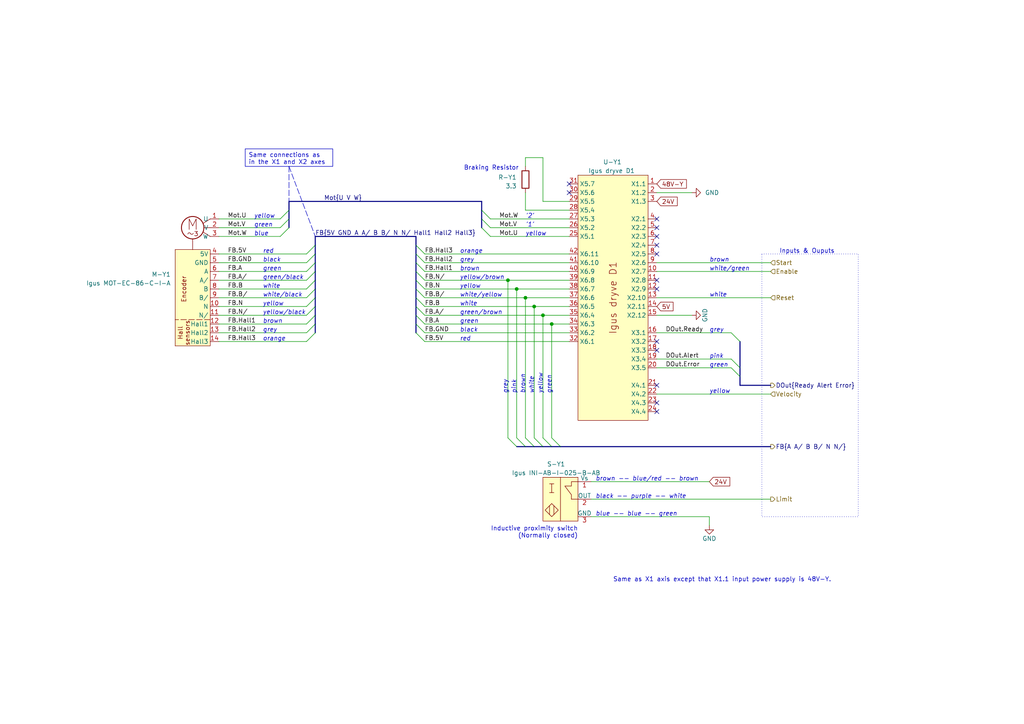
<source format=kicad_sch>
(kicad_sch (version 20250114) (generator "eeschema") (generator_version "9.0")
  (paper "A4")
  (title_block (title "Gantry Robot - Axis Y") (date "2024-03-18") (company "CITIC Research Center & Department of Computer Engineering, University of A Coruña."))
  (lib_symbols
    (symbol "Device:R" (pin_numbers (hide yes)) (pin_names (offset 0))
      (property "Reference" "R" (at 2.032 0 90))
      (property "Value" "R" (at 0 0 90))
      (symbol "R_0_1"
        (rectangle (start -1.016 -2.54) (end 1.016 2.54) (stroke (width 0.254)))
      )
      (symbol "R_1_1"
        (pin passive line (at 0 3.81 270) (length 1.27) (name "~") (number "1"))
        (pin passive line (at 0 -3.81 90) (length 1.27) (name "~") (number "2"))
      )
    )
    (symbol "Gantry_Robot_Components:Brushless_Motor_with_Hall_Sensors_and_RS-422_Encoder" (pin_names (offset 0.5))
      (property "Reference" "M" (at 5.08 2.54 0))
      (property "Value" "Brushless_Motor_with_Hall_Sensors_and_RS-422_Encoder" (at 33.02 0 0))
      (symbol "Brushless_Motor_with_Hall_Sensors_and_RS-422_Encoder_0_0"
        (polyline (pts (xy -1.016 -0.508) (xy -1.016 2.54) (xy 0 0.508) (xy 1.016 2.54) (xy 1.016 -0.508)))
        (arc (start 0.6112 -1.73) (mid 0.1862 -1.9307) (end -0.1508 -1.603))
        (arc (start 0.6371 -1.7016) (mid 1.0686 -1.4788) (end 1.3732 -1.857))
      )
      (symbol "Brushless_Motor_with_Hall_Sensors_and_RS-422_Encoder_0_1"
        (circle (center 0 0) (radius 3.2512) (stroke (width 0.254)))
      )
      (symbol "Brushless_Motor_with_Hall_Sensors_and_RS-422_Encoder_1_1"
        (polyline (pts (xy -5.08 2.54) (xy -3.048 1.27)))
        (polyline (pts (xy -5.08 0) (xy -3.302 0)))
        (polyline (pts (xy -5.08 -2.54) (xy -3.048 -1.27)))
        (rectangle (start -5.08 -6.35) (end 5.08 -34.29) (fill (type background)))
        (polyline (pts (xy -5.08 -26.67) (xy 5.08 -26.67)) (stroke (width 0) (type dash)))
        (polyline (pts (xy 0 -6.35) (xy 0 -3.302)))
        (text "3" (at -1.016 -1.778 0) (effects (font (size 1.27 1.27))))
        (text "Encoder" (at 2.54 -17.78 900) (effects (font (size 1.27 1.27))))
        (text "Hall\nsensors" (at 2.54 -30.48 900) (effects (font (size 1.27 1.27))))
        (pin passive line (at -7.62 2.54 0) (length 2.54) (name "U") (number "1"))
        (pin passive line (at -7.62 0 0) (length 2.54) (name "V") (number "2"))
        (pin passive line (at -7.62 -2.54 0) (length 2.54) (name "W") (number "3"))
        (pin power_in line (at -7.62 -7.62 0) (length 2.54) (name "5V") (number "4"))
        (pin power_in line (at -7.62 -10.16 0) (length 2.54) (name "GND") (number "5"))
        (pin output line (at -7.62 -12.7 0) (length 2.54) (name "A") (number "6"))
        (pin output line (at -7.62 -15.24 0) (length 2.54) (name "A/") (number "7"))
        (pin output line (at -7.62 -17.78 0) (length 2.54) (name "B") (number "8"))
        (pin output line (at -7.62 -20.32 0) (length 2.54) (name "B/") (number "9"))
        (pin output line (at -7.62 -22.86 0) (length 2.54) (name "N") (number "10"))
        (pin output line (at -7.62 -25.4 0) (length 2.54) (name "N/") (number "11"))
        (pin output line (at -7.62 -27.94 0) (length 2.54) (name "Hall1") (number "12"))
        (pin output line (at -7.62 -30.48 0) (length 2.54) (name "Hall2") (number "13"))
        (pin output line (at -7.62 -33.02 0) (length 2.54) (name "Hall3") (number "14"))
      )
    )
    (symbol "Gantry_Robot_Components:INI-AB-I-025-B-AB" (pin_names (offset 0))
      (property "Reference" "S" (at -5.715 7.62 0))
      (property "Value" "INI-AB-I-025-B-AB" (at 0 -9.525 0))
      (symbol "INI-AB-I-025-B-AB_0_1"
        (polyline (pts (xy -4.445 4.445) (xy -3.175 4.445)))
        (polyline (pts (xy -4.445 1.905) (xy -3.175 1.905)))
        (polyline (pts (xy -4.445 -1.905) (xy -4.445 -4.445)))
        (polyline (pts (xy -3.81 4.445) (xy -3.81 1.905)))
        (polyline (pts (xy -3.81 -1.27) (xy -5.715 -3.175) (xy -3.81 -5.08) (xy -1.905 -3.175) (xy -3.81 -1.27)))
        (polyline (pts (xy -3.175 -1.905) (xy -3.175 -4.445)))
        (polyline (pts (xy -1.27 6.35) (xy -1.27 -6.35)))
        (polyline (pts (xy 1.905 0) (xy 3.81 0)))
        (polyline (pts (xy 1.905 0) (xy 1.905 1.27) (xy 0 3.81) (xy 1.905 3.81) (xy 1.905 5.08) (xy 3.81 5.08)))
      )
      (symbol "INI-AB-I-025-B-AB_1_1"
        (rectangle (start -6.35 6.35) (end 3.81 -6.35) (fill (type background)))
        (pin power_in line (at 7.62 5.08 180) (length 3.81) (name "Vs") (number "1"))
        (pin output line (at 7.62 0 180) (length 3.81) (name "OUT") (number "2"))
        (pin power_in line (at 7.62 -5.08 180) (length 3.81) (name "GND") (number "3"))
      )
    )
    (symbol "Gantry_Robot_Components:Igus_dryve_D1"
      (property "Reference" "U" (at 40.64 12.7 0))
      (property "Value" "Igus dryve D1" (at 25.4 -12.7 0))
      (symbol "Igus_dryve_D1_1_1"
        (rectangle (start -35.56 10.16) (end 35.56 -10.16) (fill (type background)))
        (text "Igus dryve D1" (at 0 0 0) (effects (font (size 2 2))))
        (pin power_in line (at -33.02 12.7 270) (length 2.54) (name "X1.1") (number "1"))
        (pin power_out line (at -33.02 -12.7 90) (length 2.54) (name "X5.7") (number "31"))
        (pin power_in line (at -30.48 12.7 270) (length 2.54) (name "X1.2") (number "2"))
        (pin power_out line (at -30.48 -12.7 90) (length 2.54) (name "X5.6") (number "30"))
        (pin power_in line (at -27.94 12.7 270) (length 2.54) (name "X1.3") (number "3"))
        (pin passive line (at -27.94 -12.7 90) (length 2.54) (name "X5.5") (number "29"))
        (pin passive line (at -25.4 -12.7 90) (length 2.54) (name "X5.4") (number "28"))
        (pin input line (at -22.86 12.7 270) (length 2.54) (name "X2.1") (number "4"))
        (pin passive line (at -22.86 -12.7 90) (length 2.54) (name "X5.3") (number "27"))
        (pin input line (at -20.32 12.7 270) (length 2.54) (name "X2.2") (number "5"))
        (pin passive line (at -20.32 -12.7 90) (length 2.54) (name "X5.2") (number "26"))
        (pin input line (at -17.78 12.7 270) (length 2.54) (name "X2.3") (number "6"))
        (pin passive line (at -17.78 -12.7 90) (length 2.54) (name "X5.1") (number "25"))
        (pin input line (at -15.24 12.7 270) (length 2.54) (name "X2.4") (number "7"))
        (pin input line (at -12.7 12.7 270) (length 2.54) (name "X2.5") (number "8"))
        (pin input line (at -12.7 -12.7 90) (length 2.54) (name "X6.11") (number "42"))
        (pin input line (at -10.16 12.7 270) (length 2.54) (name "X2.6") (number "9"))
        (pin input line (at -10.16 -12.7 90) (length 2.54) (name "X6.10") (number "41"))
        (pin input line (at -7.62 12.7 270) (length 2.54) (name "X2.7") (number "10"))
        (pin input line (at -7.62 -12.7 90) (length 2.54) (name "X6.9") (number "40"))
        (pin input line (at -5.08 12.7 270) (length 2.54) (name "X2.8") (number "11"))
        (pin input line (at -5.08 -12.7 90) (length 2.54) (name "X6.8") (number "39"))
        (pin input line (at -2.54 12.7 270) (length 2.54) (name "X2.9") (number "12"))
        (pin input line (at -2.54 -12.7 90) (length 2.54) (name "X6.7") (number "38"))
        (pin input line (at 0 12.7 270) (length 2.54) (name "X2.10") (number "13"))
        (pin input line (at 0 -12.7 90) (length 2.54) (name "X6.6") (number "37"))
        (pin power_in line (at 2.54 12.7 270) (length 2.54) (name "X2.11") (number "14"))
        (pin input line (at 2.54 -12.7 90) (length 2.54) (name "X6.5") (number "36"))
        (pin power_in line (at 5.08 12.7 270) (length 2.54) (name "X2.12") (number "15"))
        (pin input line (at 5.08 -12.7 90) (length 2.54) (name "X6.4") (number "35"))
        (pin input line (at 7.62 -12.7 90) (length 2.54) (name "X6.3") (number "34"))
        (pin output line (at 10.16 12.7 270) (length 2.54) (name "X3.1") (number "16"))
        (pin power_out line (at 10.16 -12.7 90) (length 2.54) (name "X6.2") (number "33"))
        (pin output line (at 12.7 12.7 270) (length 2.54) (name "X3.2") (number "17"))
        (pin power_out line (at 12.7 -12.7 90) (length 2.54) (name "X6.1") (number "32"))
        (pin output line (at 15.24 12.7 270) (length 2.54) (name "X3.3") (number "18"))
        (pin output line (at 17.78 12.7 270) (length 2.54) (name "X3.4") (number "19"))
        (pin output line (at 20.32 12.7 270) (length 2.54) (name "X3.5") (number "20"))
        (pin power_out line (at 25.4 12.7 270) (length 2.54) (name "X4.1") (number "21"))
        (pin input line (at 27.94 12.7 270) (length 2.54) (name "X4.2") (number "22"))
        (pin input line (at 30.48 12.7 270) (length 2.54) (name "X4.3") (number "23"))
        (pin power_out line (at 33.02 12.7 270) (length 2.54) (name "X4.4") (number "24"))
      )
    )
    (symbol "power:GND" (power) (pin_names (offset 0))
      (property "Value" "GND" (at 0 -3.81 0))
      (symbol "GND_0_1"
        (polyline (pts (xy 0 0) (xy 0 -1.27) (xy 1.27 -1.27) (xy 0 -2.54) (xy -1.27 -1.27) (xy 0 -1.27)))
      )
      (symbol "GND_1_1"
        (pin power_in line (at 0 0 270) (length 0) (hide yes) (name "GND") (number "1"))
      )
    )
  )
  (rectangle (start 220.98 73.66) (end 248.92 149.86) (stroke (width 0) (type dot)))
  (text "green" (at 133.35 93.98 0) (effects (font (size 1.27 1.27) (italic yes)) (justify left bottom)))
  (text "white" (at 133.35 88.9 0) (effects (font (size 1.27 1.27) (italic yes)) (justify left bottom)))
  (text "orange" (at 133.35 73.66 0) (effects (font (size 1.27 1.27) (italic yes)) (justify left bottom)))
  (text "Same as X1 axis except that X1.1 input power supply is 48V-Y." (at 177.8 168.91 0) (effects (font (size 1.27 1.27)) (justify left bottom)))
  (text "white" (at 154.94 114.3 90) (effects (font (size 1.27 1.27) (italic yes)) (justify left bottom)))
  (text "white" (at 76.2 83.82 0) (effects (font (size 1.27 1.27) (italic yes)) (justify left bottom)))
  (text "Inputs & Ouputs" (at 226.06 73.66 0) (effects (font (size 1.27 1.27)) (justify left bottom)))
  (text "yellow" (at 133.35 83.82 0) (effects (font (size 1.27 1.27) (italic yes)) (justify left bottom)))
  (text "brown" (at 205.74 76.2 0) (effects (font (size 1.27 1.27) (italic yes)) (justify left bottom)))
  (text "yellow" (at 157.48 114.3 90) (effects (font (size 1.27 1.27) (italic yes)) (justify left bottom)))
  (text "orange" (at 76.2 99.06 0) (effects (font (size 1.27 1.27) (italic yes)) (justify left bottom)))
  (text "red" (at 76.2 73.66 0) (effects (font (size 1.27 1.27) (italic yes)) (justify left bottom)))
  (text "black -- purple -- white" (at 172.72 144.78 0) (effects (font (size 1.27 1.27) (italic yes)) (justify left bottom)))
  (text "green/brown" (at 133.35 91.44 0) (effects (font (size 1.27 1.27) (italic yes)) (justify left bottom)))
  (text "green" (at 160.02 114.3 90) (effects (font (size 1.27 1.27) (italic yes)) (justify left bottom)))
  (text "black" (at 133.35 96.52 0) (effects (font (size 1.27 1.27) (italic yes)) (justify left bottom)))
  (text "yellow/black" (at 76.2 91.44 0) (effects (font (size 1.27 1.27) (italic yes)) (justify left bottom)))
  (text "grey" (at 205.74 96.52 0) (effects (font (size 1.27 1.27) (italic yes)) (justify left bottom)))
  (text "white" (at 205.74 86.36 0) (effects (font (size 1.27 1.27) (italic yes)) (justify left bottom)))
  (text "Braking Resistor" (at 150.495 49.53 0) (effects (font (size 1.27 1.27)) (justify right bottom)))
  (text "green/black" (at 76.2 81.28 0) (effects (font (size 1.27 1.27) (italic yes)) (justify left bottom)))
  (text "yellow/brown" (at 133.35 81.28 0) (effects (font (size 1.27 1.27) (italic yes)) (justify left bottom)))
  (text "black" (at 76.2 76.2 0) (effects (font (size 1.27 1.27) (italic yes)) (justify left bottom)))
  (text "Inductive proximity switch\n(Normally closed)" (at 167.64 156.21 0) (effects (font (size 1.27 1.27)) (justify right bottom)))
  (text "green" (at 73.66 66.04 0) (effects (font (size 1.27 1.27) (italic yes)) (justify left bottom)))
  (text "pink" (at 149.86 114.3 90) (effects (font (size 1.27 1.27) (italic yes)) (justify left bottom)))
  (text "green" (at 205.74 106.68 0) (effects (font (size 1.27 1.27) (italic yes)) (justify left bottom)))
  (text "blue" (at 73.66 68.58 0) (effects (font (size 1.27 1.27) (italic yes)) (justify left bottom)))
  (text "yellow" (at 76.2 88.9 0) (effects (font (size 1.27 1.27) (italic yes)) (justify left bottom)))
  (text "green" (at 76.2 78.74 0) (effects (font (size 1.27 1.27) (italic yes)) (justify left bottom)))
  (text "brown" (at 76.2 93.98 0) (effects (font (size 1.27 1.27) (italic yes)) (justify left bottom)))
  (text "brown" (at 133.35 78.74 0) (effects (font (size 1.27 1.27) (italic yes)) (justify left bottom)))
  (text "white/green" (at 205.74 78.74 0) (effects (font (size 1.27 1.27) (italic yes)) (justify left bottom)))
  (text "grey" (at 133.35 76.2 0) (effects (font (size 1.27 1.27) (italic yes)) (justify left bottom)))
  (text "blue -- blue -- green" (at 172.72 149.86 0) (effects (font (size 1.27 1.27) (italic yes)) (justify left bottom)))
  (text "yellow" (at 73.66 63.5 0) (effects (font (size 1.27 1.27) (italic yes)) (justify left bottom)))
  (text "pink" (at 205.74 104.14 0) (effects (font (size 1.27 1.27) (italic yes)) (justify left bottom)))
  (text "white/black" (at 76.2 86.36 0) (effects (font (size 1.27 1.27) (italic yes)) (justify left bottom)))
  (text "yellow" (at 152.4 68.58 0) (effects (font (size 1.27 1.27) (italic yes)) (justify left bottom)))
  (text "yellow" (at 205.74 114.3 0) (effects (font (size 1.27 1.27) (italic yes)) (justify left bottom)))
  (text "red" (at 133.35 99.06 0) (effects (font (size 1.27 1.27) (italic yes)) (justify left bottom)))
  (text "grey" (at 76.2 96.52 0) (effects (font (size 1.27 1.27) (italic yes)) (justify left bottom)))
  (text "'1'" (at 152.4 66.04 0) (effects (font (size 1.27 1.27) (italic yes)) (justify left bottom)))
  (text "brown" (at 152.4 114.3 90) (effects (font (size 1.27 1.27) (italic yes)) (justify left bottom)))
  (text "grey" (at 147.32 114.3 90) (effects (font (size 1.27 1.27) (italic yes)) (justify left bottom)))
  (text "'2'" (at 152.4 63.5 0) (effects (font (size 1.27 1.27) (italic yes)) (justify left bottom)))
  (text "brown -- blue/red -- brown" (at 172.72 139.7 0) (effects (font (size 1.27 1.27) (italic yes)) (justify left bottom)))
  (text "white/yellow" (at 133.35 86.36 0) (effects (font (size 1.27 1.27) (italic yes)) (justify left bottom)))
  (text_box "Same connections as in the X1 and X2 axes" (at 71.12 43.18 0) (size 25.4 5.08) (margins 0.9525 0.9525 0.9525 0.9525) (effects (font (size 1.27 1.27)) (justify left top)))
  (junction (at 154.94 88.9))
  (junction (at 152.4 86.36))
  (junction (at 157.48 91.44))
  (junction (at 149.86 83.82))
  (junction (at 147.32 81.28))
  (junction (at 160.02 93.98))
  (no_connect (at 190.5 71.12))
  (no_connect (at 190.5 73.66))
  (no_connect (at 190.5 66.04))
  (no_connect (at 190.5 99.06))
  (no_connect (at 190.5 63.5))
  (no_connect (at 190.5 119.38))
  (no_connect (at 165.1 53.34))
  (no_connect (at 165.1 55.88))
  (no_connect (at 190.5 81.28))
  (no_connect (at 190.5 111.76))
  (no_connect (at 190.5 68.58))
  (no_connect (at 190.5 101.6))
  (no_connect (at 190.5 83.82))
  (no_connect (at 190.5 116.84))
  (bus_entry (at 120.65 96.52) (size 2.54 2.54))
  (bus_entry (at 88.9 76.2) (size 2.54 -2.54))
  (bus_entry (at 88.9 91.44) (size 2.54 -2.54))
  (bus_entry (at 212.09 104.14) (size 2.54 2.54))
  (bus_entry (at 88.9 78.74) (size 2.54 -2.54))
  (bus_entry (at 149.86 127) (size 2.54 2.54))
  (bus_entry (at 88.9 96.52) (size 2.54 -2.54))
  (bus_entry (at 139.7 66.04) (size 2.54 2.54))
  (bus_entry (at 120.65 93.98) (size 2.54 2.54))
  (bus_entry (at 212.09 106.68) (size 2.54 2.54))
  (bus_entry (at 88.9 88.9) (size 2.54 -2.54))
  (bus_entry (at 120.65 73.66) (size 2.54 2.54))
  (bus_entry (at 152.4 127) (size 2.54 2.54))
  (bus_entry (at 88.9 81.28) (size 2.54 -2.54))
  (bus_entry (at 81.28 68.58) (size 2.54 -2.54))
  (bus_entry (at 120.65 88.9) (size 2.54 2.54))
  (bus_entry (at 154.94 127) (size 2.54 2.54))
  (bus_entry (at 88.9 83.82) (size 2.54 -2.54))
  (bus_entry (at 88.9 99.06) (size 2.54 -2.54))
  (bus_entry (at 120.65 76.2) (size 2.54 2.54))
  (bus_entry (at 157.48 127) (size 2.54 2.54))
  (bus_entry (at 142.24 63.5) (size -2.54 -2.54))
  (bus_entry (at 147.32 127) (size 2.54 2.54))
  (bus_entry (at 88.9 86.36) (size 2.54 -2.54))
  (bus_entry (at 212.09 96.52) (size 2.54 2.54))
  (bus_entry (at 88.9 93.98) (size 2.54 -2.54))
  (bus_entry (at 81.28 63.5) (size 2.54 -2.54))
  (bus_entry (at 123.19 81.28) (size -2.54 -2.54))
  (bus_entry (at 81.28 66.04) (size 2.54 -2.54))
  (bus_entry (at 120.65 83.82) (size 2.54 2.54))
  (bus_entry (at 120.65 86.36) (size 2.54 2.54))
  (bus_entry (at 160.02 127) (size 2.54 2.54))
  (bus_entry (at 120.65 81.28) (size 2.54 2.54))
  (bus_entry (at 88.9 73.66) (size 2.54 -2.54))
  (bus_entry (at 120.65 71.12) (size 2.54 2.54))
  (bus_entry (at 120.65 91.44) (size 2.54 2.54))
  (bus_entry (at 142.24 66.04) (size -2.54 -2.54))
  (wire (pts (xy 63.5 93.98) (xy 88.9 93.98)))
  (polyline (pts (xy 83.82 48.26) (xy 91.44 68.58)) (stroke (width 0) (type dash)))
  (wire (pts (xy 190.5 76.2) (xy 223.52 76.2)))
  (bus (pts (xy 91.44 88.9) (xy 91.44 91.44)))
  (bus (pts (xy 214.63 109.22) (xy 214.63 106.68)))
  (bus (pts (xy 154.94 129.54) (xy 157.48 129.54)))
  (wire (pts (xy 171.45 149.86) (xy 205.74 149.86)))
  (wire (pts (xy 63.5 91.44) (xy 88.9 91.44)))
  (wire (pts (xy 149.86 83.82) (xy 149.86 127)))
  (wire (pts (xy 157.48 58.42) (xy 165.1 58.42)))
  (bus (pts (xy 120.65 76.2) (xy 120.65 78.74)))
  (wire (pts (xy 149.86 83.82) (xy 165.1 83.82)))
  (wire (pts (xy 171.45 144.78) (xy 223.52 144.78)))
  (wire (pts (xy 165.1 99.06) (xy 123.19 99.06)))
  (bus (pts (xy 214.63 99.06) (xy 214.63 106.68)))
  (wire (pts (xy 152.4 45.72) (xy 157.48 45.72)))
  (wire (pts (xy 157.48 45.72) (xy 157.48 58.42)))
  (bus (pts (xy 91.44 81.28) (xy 91.44 83.82)))
  (wire (pts (xy 200.66 91.44) (xy 190.5 91.44)))
  (bus (pts (xy 120.65 93.98) (xy 120.65 91.44)))
  (bus (pts (xy 83.82 58.42) (xy 139.7 58.42)))
  (bus (pts (xy 120.65 68.58) (xy 120.65 71.12)))
  (bus (pts (xy 120.65 83.82) (xy 120.65 81.28)))
  (bus (pts (xy 120.65 73.66) (xy 120.65 76.2)))
  (wire (pts (xy 147.32 81.28) (xy 165.1 81.28)))
  (bus (pts (xy 160.02 129.54) (xy 162.56 129.54)))
  (wire (pts (xy 123.19 83.82) (xy 149.86 83.82)))
  (wire (pts (xy 152.4 55.88) (xy 152.4 60.96)))
  (wire (pts (xy 157.48 91.44) (xy 157.48 127)))
  (bus (pts (xy 91.44 68.58) (xy 120.65 68.58)))
  (wire (pts (xy 190.5 114.3) (xy 223.52 114.3)))
  (wire (pts (xy 63.5 63.5) (xy 81.28 63.5)))
  (wire (pts (xy 212.09 104.14) (xy 190.5 104.14)))
  (wire (pts (xy 63.5 83.82) (xy 88.9 83.82)))
  (bus (pts (xy 120.65 81.28) (xy 120.65 78.74)))
  (bus (pts (xy 91.44 83.82) (xy 91.44 86.36)))
  (bus (pts (xy 162.56 129.54) (xy 223.52 129.54)))
  (wire (pts (xy 152.4 86.36) (xy 152.4 127)))
  (bus (pts (xy 91.44 78.74) (xy 91.44 81.28)))
  (wire (pts (xy 123.19 91.44) (xy 157.48 91.44)))
  (wire (pts (xy 142.24 63.5) (xy 165.1 63.5)))
  (bus (pts (xy 91.44 76.2) (xy 91.44 78.74)))
  (wire (pts (xy 157.48 91.44) (xy 165.1 91.44)))
  (wire (pts (xy 171.45 139.7) (xy 205.74 139.7)))
  (wire (pts (xy 63.5 86.36) (xy 88.9 86.36)))
  (wire (pts (xy 152.4 48.26) (xy 152.4 45.72)))
  (bus (pts (xy 120.65 71.12) (xy 120.65 73.66)))
  (bus (pts (xy 223.52 111.76) (xy 214.63 111.76)))
  (wire (pts (xy 123.19 86.36) (xy 152.4 86.36)))
  (polyline (pts (xy 83.82 48.26) (xy 83.82 58.42)) (stroke (width 0) (type dash)))
  (bus (pts (xy 214.63 111.76) (xy 214.63 109.22)))
  (bus (pts (xy 83.82 58.42) (xy 83.82 60.96)))
  (wire (pts (xy 212.09 96.52) (xy 190.5 96.52)))
  (wire (pts (xy 63.5 96.52) (xy 88.9 96.52)))
  (wire (pts (xy 63.5 99.06) (xy 88.9 99.06)))
  (bus (pts (xy 120.65 91.44) (xy 120.65 88.9)))
  (bus (pts (xy 91.44 73.66) (xy 91.44 76.2)))
  (wire (pts (xy 123.19 81.28) (xy 147.32 81.28)))
  (wire (pts (xy 152.4 86.36) (xy 165.1 86.36)))
  (wire (pts (xy 190.5 86.36) (xy 223.52 86.36)))
  (wire (pts (xy 165.1 73.66) (xy 123.19 73.66)))
  (wire (pts (xy 63.5 76.2) (xy 88.9 76.2)))
  (wire (pts (xy 160.02 93.98) (xy 165.1 93.98)))
  (bus (pts (xy 91.44 71.12) (xy 91.44 73.66)))
  (bus (pts (xy 149.86 129.54) (xy 152.4 129.54)))
  (bus (pts (xy 152.4 129.54) (xy 154.94 129.54)))
  (bus (pts (xy 139.7 63.5) (xy 139.7 66.04)))
  (wire (pts (xy 165.1 76.2) (xy 123.19 76.2)))
  (wire (pts (xy 63.5 78.74) (xy 88.9 78.74)))
  (bus (pts (xy 91.44 86.36) (xy 91.44 88.9)))
  (bus (pts (xy 83.82 63.5) (xy 83.82 60.96)))
  (wire (pts (xy 142.24 68.58) (xy 165.1 68.58)))
  (wire (pts (xy 190.5 55.88) (xy 200.66 55.88)))
  (bus (pts (xy 139.7 58.42) (xy 139.7 60.96)))
  (bus (pts (xy 91.44 71.12) (xy 91.44 68.58)))
  (bus (pts (xy 139.7 60.96) (xy 139.7 63.5)))
  (bus (pts (xy 91.44 93.98) (xy 91.44 96.52)))
  (wire (pts (xy 123.19 93.98) (xy 160.02 93.98)))
  (bus (pts (xy 120.65 88.9) (xy 120.65 86.36)))
  (wire (pts (xy 154.94 88.9) (xy 165.1 88.9)))
  (wire (pts (xy 165.1 78.74) (xy 123.19 78.74)))
  (wire (pts (xy 63.5 88.9) (xy 88.9 88.9)))
  (wire (pts (xy 154.94 88.9) (xy 154.94 127)))
  (wire (pts (xy 212.09 106.68) (xy 190.5 106.68)))
  (wire (pts (xy 190.5 78.74) (xy 223.52 78.74)))
  (wire (pts (xy 165.1 96.52) (xy 123.19 96.52)))
  (wire (pts (xy 147.32 81.28) (xy 147.32 127)))
  (bus (pts (xy 120.65 96.52) (xy 120.65 93.98)))
  (wire (pts (xy 165.1 60.96) (xy 152.4 60.96)))
  (wire (pts (xy 63.5 81.28) (xy 88.9 81.28)))
  (wire (pts (xy 123.19 88.9) (xy 154.94 88.9)))
  (bus (pts (xy 83.82 66.04) (xy 83.82 63.5)))
  (wire (pts (xy 142.24 66.04) (xy 165.1 66.04)))
  (wire (pts (xy 63.5 66.04) (xy 81.28 66.04)))
  (bus (pts (xy 91.44 91.44) (xy 91.44 93.98)))
  (bus (pts (xy 120.65 86.36) (xy 120.65 83.82)))
  (wire (pts (xy 63.5 68.58) (xy 81.28 68.58)))
  (wire (pts (xy 205.74 149.86) (xy 205.74 152.4)))
  (wire (pts (xy 160.02 93.98) (xy 160.02 127)))
  (wire (pts (xy 63.5 73.66) (xy 88.9 73.66)))
  (bus (pts (xy 157.48 129.54) (xy 160.02 129.54)))
  (label "DOut.Alert" (at 193.04 104.14 0))
  (label "FB.B" (at 66.04 83.82 0))
  (label "FB.Hall3" (at 123.19 73.66 0))
  (label "FB.A{slash}" (at 123.19 91.44 0))
  (label "FB.GND" (at 123.19 96.52 0))
  (label "FB.N" (at 123.19 83.82 0))
  (label "DOut.Error" (at 193.04 106.68 0))
  (label "FB.B" (at 123.19 88.9 0))
  (label "FB.A" (at 123.19 93.98 0))
  (label "FB.Hall1" (at 66.04 93.98 0))
  (label "Mot{U V W}" (at 93.98 58.42 0))
  (label "Mot.U" (at 66.04 63.5 0))
  (label "FB.N{slash}" (at 123.19 81.28 0))
  (label "Mot.W" (at 144.78 63.5 0))
  (label "FB.B{slash}" (at 123.19 86.36 0))
  (label "FB.Hall1" (at 123.19 78.74 0))
  (label "FB.5V" (at 66.04 73.66 0))
  (label "FB.Hall3" (at 66.04 99.06 0))
  (label "FB.B{slash}" (at 66.04 86.36 0))
  (label "FB.N{slash}" (at 66.04 91.44 0))
  (label "FB.GND" (at 66.04 76.2 0))
  (label "FB{5V GND A A{slash} B B{slash} N N{slash} Hall1 Hall2 Hall3}" (at 91.44 68.58 0))
  (label "Mot.W" (at 66.04 68.58 0))
  (label "Mot.V" (at 144.78 66.04 0))
  (label "DOut.Ready" (at 193.04 96.52 0))
  (label "FB.Hall2" (at 123.19 76.2 0))
  (label "FB.5V" (at 123.19 99.06 0))
  (label "FB.A{slash}" (at 66.04 81.28 0))
  (label "FB.N" (at 66.04 88.9 0))
  (label "Mot.U" (at 144.78 68.58 0))
  (label "FB.A" (at 66.04 78.74 0))
  (label "Mot.V" (at 66.04 66.04 0))
  (label "FB.Hall2" (at 66.04 96.52 0))
  (global_label "24V" (shape input) (at 190.5 58.42 0) (property "Intersheetrefs" "${INTERSHEET_REFS}" (effects (hide yes))))
  (global_label "24V" (shape input) (at 205.74 139.7 0) (property "Intersheetrefs" "${INTERSHEET_REFS}" (effects (hide yes))))
  (global_label "48V-Y" (shape input) (at 190.5 53.34 0) (property "Intersheetrefs" "${INTERSHEET_REFS}" (effects (hide yes))))
  (global_label "5V" (shape input) (at 190.5 88.9 0) (property "Intersheetrefs" "${INTERSHEET_REFS}" (effects (hide yes))))
  (hierarchical_label "Reset" (shape input) (at 223.52 86.36 0))
  (hierarchical_label "FB{A A{slash} B B{slash} N N{slash}}" (shape output) (at 223.52 129.54 0))
  (hierarchical_label "Limit" (shape output) (at 223.52 144.78 0))
  (hierarchical_label "Velocity" (shape input) (at 223.52 114.3 0))
  (hierarchical_label "DOut{Ready Alert Error}" (shape output) (at 223.52 111.76 0))
  (hierarchical_label "Start" (shape input) (at 223.52 76.2 0))
  (hierarchical_label "Enable" (shape input) (at 223.52 78.74 0))
  (symbol (lib_id "power:GND") (at 205.74 152.4 0) (unit 1)
    (property "Reference" "#PWR038" (effects (hide yes)))
    (property "Value" "GND" (at 205.74 156.21 0))
  )
  (symbol (lib_id "Gantry_Robot_Components:INI-AB-I-025-B-AB") (at 163.83 144.78 0) (unit 1)
    (property "Reference" "S-Y1" (at 161.29 134.62 0))
    (property "Value" "Igus INI-AB-I-025-B-AB" (at 161.29 137.16 0))
    (property "Datasheet" "https://www.igus.com/ContentData/Products/Downloads/drylin_E_accessories_EN.pdf" (effects (hide yes)))
  )
  (symbol (lib_id "Gantry_Robot_Components:Brushless_Motor_with_Hall_Sensors_and_RS-422_Encoder") (at 55.88 66.04 0) (mirror y) (unit 1)
    (property "Reference" "M-Y1" (at 49.53 79.5909 0) (effects (justify left)))
    (property "Value" "Igus MOT-EC-86-C-I-A" (at 49.53 82.1309 0) (effects (justify left)))
  )
  (symbol (lib_id "power:GND") (at 200.66 91.44 90) (unit 1)
    (property "Reference" "#PWR040" (effects (hide yes)))
    (property "Value" "GND" (at 204.47 91.44 0))
  )
  (symbol (lib_id "power:GND") (at 200.66 55.88 90) (mirror x) (unit 1)
    (property "Reference" "#PWR039" (effects (hide yes)))
    (property "Value" "GND" (at 204.47 55.88 90) (effects (justify right)))
  )
  (symbol (lib_id "Device:R") (at 152.4 52.07 0) (mirror y) (unit 1)
    (property "Reference" "R-Y1" (at 149.86 51.435 0) (effects (justify left)))
    (property "Value" "3.3" (at 149.86 53.975 0) (effects (justify left)))
  )
  (symbol (lib_id "Gantry_Robot_Components:Igus_dryve_D1") (at 177.8 86.36 270) (unit 1)
    (property "Reference" "U-Y1" (at 180.34 46.99 90) (effects (justify right)))
    (property "Value" "Igus dryve D1" (at 184.15 49.53 90) (effects (justify right)))
    (property "Datasheet" "https://igus.widen.net/content/lx2pnlx7jc/original/Operating%20Manual%20dryve%20D1%20V3.0.1.pdf" (effects (hide yes)))
  )
)
</source>
